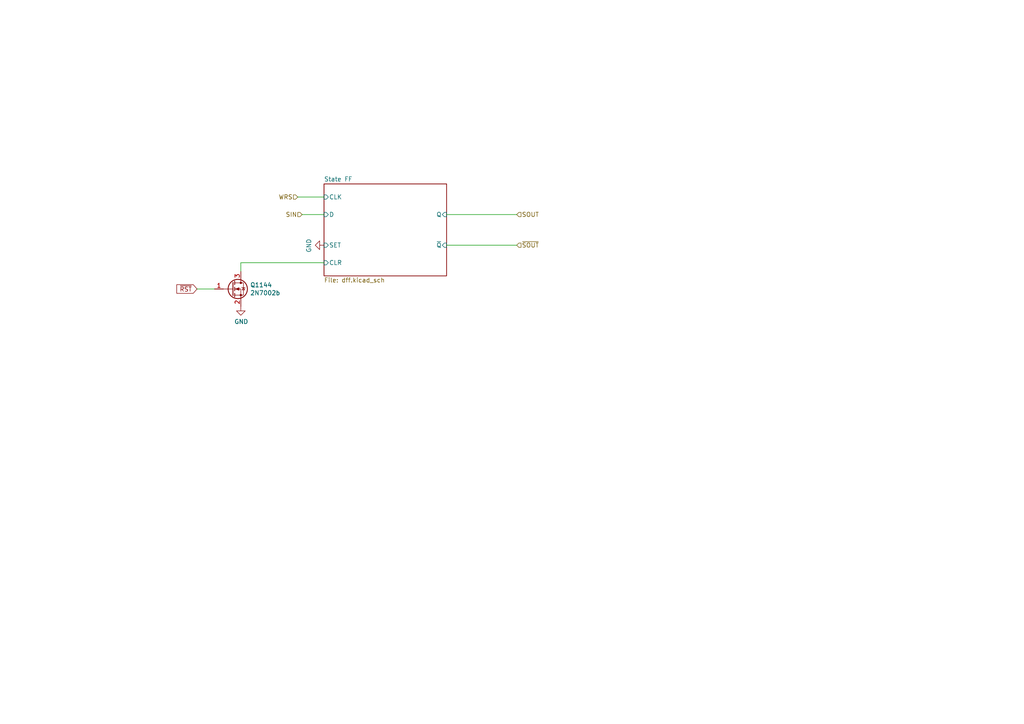
<source format=kicad_sch>
(kicad_sch (version 20210126) (generator eeschema)
  (paper "A4")
  (title_block (title "Q2 S Register Bit") (date "2021-02-05") (rev "1") (company "joewing.net"))
  (lib_symbols
    (symbol "Transistor_FET:2N7002" (pin_names hide)
      (property "Reference" "Q" (at 5.08 1.905 0))
      (property "Value" "2N7002" (at 5.08 0 0))
      (symbol "2N7002_0_1"
        (circle (center 1.651 0) (radius 2.794) (stroke (width 0.254)))
        (circle (center 2.54 -1.778) (radius 0.254) (fill (type outline)))
        (circle (center 2.54 1.778) (radius 0.254) (fill (type outline)))
        (polyline (pts (xy 0.254 0) (xy -2.54 0)))
        (polyline (pts (xy 0.254 1.905) (xy 0.254 -1.905)) (stroke (width 0.254)))
        (polyline (pts (xy 0.762 -1.27) (xy 0.762 -2.286)) (stroke (width 0.254)))
        (polyline (pts (xy 0.762 0.508) (xy 0.762 -0.508)) (stroke (width 0.254)))
        (polyline (pts (xy 0.762 2.286) (xy 0.762 1.27)) (stroke (width 0.254)))
        (polyline (pts (xy 2.54 2.54) (xy 2.54 1.778)))
        (polyline (pts (xy 2.54 -2.54) (xy 2.54 0) (xy 0.762 0)))
        (polyline (pts (xy 0.762 -1.778) (xy 3.302 -1.778) (xy 3.302 1.778) (xy 0.762 1.778)))
        (polyline (pts (xy 1.016 0) (xy 2.032 0.381) (xy 2.032 -0.381) (xy 1.016 0)) (fill (type outline)))
        (polyline (pts (xy 2.794 0.508) (xy 2.921 0.381) (xy 3.683 0.381) (xy 3.81 0.254)))
        (polyline (pts (xy 3.302 0.381) (xy 2.921 -0.254) (xy 3.683 -0.254) (xy 3.302 0.381)))
      )
      (symbol "2N7002_1_1"
        (pin input line (at -5.08 0 0) (length 2.54) (name "G") (number "1"))
        (pin passive line (at 2.54 -5.08 90) (length 2.54) (name "S") (number "2"))
        (pin passive line (at 2.54 5.08 270) (length 2.54) (name "D") (number "3"))
      )
    )
    (symbol "power:GND" (power) (pin_names (offset 0))
      (property "Value" "GND" (at 0 -3.81 0))
      (symbol "GND_0_1"
        (polyline (pts (xy 0 0) (xy 0 -1.27) (xy 1.27 -1.27) (xy 0 -2.54) (xy -1.27 -1.27) (xy 0 -1.27)))
      )
      (symbol "GND_1_1"
        (pin power_in line (at 0 0 270) (length 0) hide (name "GND") (number "1"))
      )
    )
  )
  (wire (pts (xy 57.15 83.82) (xy 62.23 83.82)))
  (wire (pts (xy 69.85 76.2) (xy 69.85 78.74)))
  (wire (pts (xy 69.85 76.2) (xy 93.98 76.2)))
  (wire (pts (xy 86.36 57.15) (xy 93.98 57.15)))
  (wire (pts (xy 87.63 62.23) (xy 93.98 62.23)))
  (wire (pts (xy 129.54 62.23) (xy 149.86 62.23)))
  (wire (pts (xy 129.54 71.12) (xy 149.86 71.12)))
  (global_label "~RST" (shape input) (at 57.15 83.82 180) (property "Intersheet References" "${INTERSHEET_REFS}" (effects hide)))
  (hierarchical_label "WRS" (shape input) (at 86.36 57.15 180))
  (hierarchical_label "SIN" (shape input) (at 87.63 62.23 180))
  (hierarchical_label "SOUT" (shape input) (at 149.86 62.23 0))
  (hierarchical_label "~SOUT" (shape input) (at 149.86 71.12 0))
  (symbol (lib_id "power:GND") (at 69.85 88.9 0)
    (property "Reference" "#PWR01053" (effects hide))
    (property "Value" "GND" (at 69.977 93.2942 0))
  )
  (symbol (lib_id "power:GND") (at 93.98 71.12 270)
    (property "Reference" "#PWR01052" (effects hide))
    (property "Value" "GND" (at 89.5858 71.247 0))
  )
  (symbol (lib_id "Transistor_FET:2N7002") (at 67.31 83.82 0)
    (property "Reference" "Q1144" (at 72.5424 82.6516 0) (effects (justify left)))
    (property "Value" "2N7002b" (at 72.542 84.963 0) (effects (justify left)))
    (property "Footprint" "Package_TO_SOT_SMD:SOT-23" (effects hide))
    (property "Datasheet" "https://www.fairchildsemi.com/datasheets/2N/2N7002.pdf" (effects hide))
    (property "LCSC" "C8545" (effects hide))
  )
  (sheet (at 93.98 53.34) (size 35.56 26.67)
    (property "Sheet name" "State FF" (at 93.98 52.7045 0) (effects (justify left bottom)))
    (property "Sheet file" "dff.kicad_sch" (at 93.98 80.5185 0) (effects (justify left top)))
    (pin "Q" input (at 129.54 62.23 0))
    (pin "~Q" input (at 129.54 71.12 0))
    (pin "CLK" input (at 93.98 57.15 180))
    (pin "D" input (at 93.98 62.23 180))
    (pin "SET" input (at 93.98 71.12 180))
    (pin "CLR" input (at 93.98 76.2 180))
  )
)
</source>
